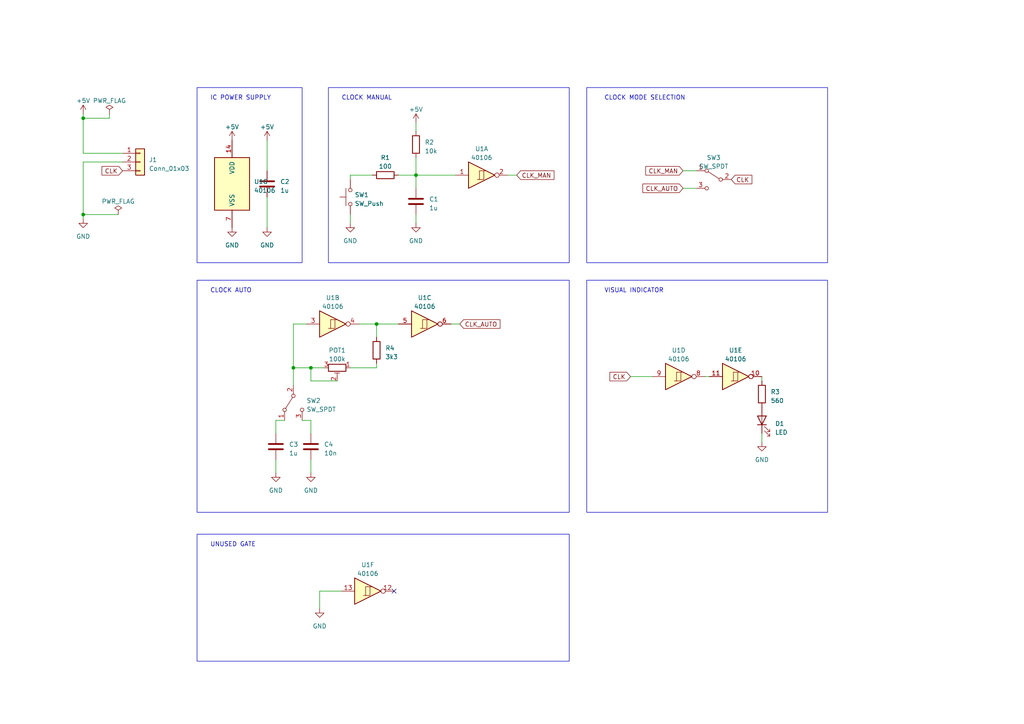
<source format=kicad_sch>
(kicad_sch (version 20230121) (generator eeschema)
  (paper "A4")
  (title_block (title "CLOCK_GENERATOR") (date "2023-05-02") (rev "V1.0.0") (company "MARCOS YONAMINE"))
  (lib_symbols
    (symbol "4xxx:40106" (pin_names (offset 1.016))
      (property "Reference" "U" (at 0 1.27 0))
      (property "Value" "40106" (at 0 -1.27 0))
      (symbol "40106_1_0"
        (polyline (pts (xy -0.635 -1.27) (xy -0.635 1.27) (xy 0.635 1.27)))
        (polyline (pts (xy -3.81 3.81) (xy -3.81 -3.81) (xy 3.81 0) (xy -3.81 3.81)) (stroke (width 0.254)) (fill (type background)))
        (polyline (pts (xy -1.27 -1.27) (xy 0.635 -1.27) (xy 0.635 1.27) (xy 1.27 1.27)))
        (pin input line (at -7.62 0 0) (length 3.81) (name "~") (number "1"))
        (pin output inverted (at 7.62 0 180) (length 3.81) (name "~") (number "2"))
      )
      (symbol "40106_2_0"
        (polyline (pts (xy -0.635 -1.27) (xy -0.635 1.27) (xy 0.635 1.27)))
        (polyline (pts (xy -3.81 3.81) (xy -3.81 -3.81) (xy 3.81 0) (xy -3.81 3.81)) (stroke (width 0.254)) (fill (type background)))
        (polyline (pts (xy -1.27 -1.27) (xy 0.635 -1.27) (xy 0.635 1.27) (xy 1.27 1.27)))
        (pin input line (at -7.62 0 0) (length 3.81) (name "~") (number "3"))
        (pin output inverted (at 7.62 0 180) (length 3.81) (name "~") (number "4"))
      )
      (symbol "40106_3_0"
        (polyline (pts (xy -0.635 -1.27) (xy -0.635 1.27) (xy 0.635 1.27)))
        (polyline (pts (xy -3.81 3.81) (xy -3.81 -3.81) (xy 3.81 0) (xy -3.81 3.81)) (stroke (width 0.254)) (fill (type background)))
        (polyline (pts (xy -1.27 -1.27) (xy 0.635 -1.27) (xy 0.635 1.27) (xy 1.27 1.27)))
        (pin input line (at -7.62 0 0) (length 3.81) (name "~") (number "5"))
        (pin output inverted (at 7.62 0 180) (length 3.81) (name "~") (number "6"))
      )
      (symbol "40106_4_0"
        (polyline (pts (xy -0.635 -1.27) (xy -0.635 1.27) (xy 0.635 1.27)))
        (polyline (pts (xy -3.81 3.81) (xy -3.81 -3.81) (xy 3.81 0) (xy -3.81 3.81)) (stroke (width 0.254)) (fill (type background)))
        (polyline (pts (xy -1.27 -1.27) (xy 0.635 -1.27) (xy 0.635 1.27) (xy 1.27 1.27)))
        (pin output inverted (at 7.62 0 180) (length 3.81) (name "~") (number "8"))
        (pin input line (at -7.62 0 0) (length 3.81) (name "~") (number "9"))
      )
      (symbol "40106_5_0"
        (polyline (pts (xy -0.635 -1.27) (xy -0.635 1.27) (xy 0.635 1.27)))
        (polyline (pts (xy -3.81 3.81) (xy -3.81 -3.81) (xy 3.81 0) (xy -3.81 3.81)) (stroke (width 0.254)) (fill (type background)))
        (polyline (pts (xy -1.27 -1.27) (xy 0.635 -1.27) (xy 0.635 1.27) (xy 1.27 1.27)))
        (pin output inverted (at 7.62 0 180) (length 3.81) (name "~") (number "10"))
        (pin input line (at -7.62 0 0) (length 3.81) (name "~") (number "11"))
      )
      (symbol "40106_6_0"
        (polyline (pts (xy -0.635 -1.27) (xy -0.635 1.27) (xy 0.635 1.27)))
        (polyline (pts (xy -3.81 3.81) (xy -3.81 -3.81) (xy 3.81 0) (xy -3.81 3.81)) (stroke (width 0.254)) (fill (type background)))
        (polyline (pts (xy -1.27 -1.27) (xy 0.635 -1.27) (xy 0.635 1.27) (xy 1.27 1.27)))
        (pin output inverted (at 7.62 0 180) (length 3.81) (name "~") (number "12"))
        (pin input line (at -7.62 0 0) (length 3.81) (name "~") (number "13"))
      )
      (symbol "40106_7_0"
        (pin power_in line (at 0 12.7 270) (length 5.08) (name "VDD") (number "14"))
        (pin power_in line (at 0 -12.7 90) (length 5.08) (name "VSS") (number "7"))
      )
      (symbol "40106_7_1"
        (rectangle (start -5.08 7.62) (end 5.08 -7.62) (stroke (width 0.254)) (fill (type background)))
      )
    )
    (symbol "Connector_Generic:Conn_01x03" (pin_names (offset 1.016) hide)
      (property "Reference" "J" (at 0 5.08 0))
      (property "Value" "Conn_01x03" (at 0 -5.08 0))
      (symbol "Conn_01x03_1_1"
        (rectangle (start -1.27 -2.413) (end 0 -2.667) (stroke (width 0.1524)))
        (rectangle (start -1.27 0.127) (end 0 -0.127) (stroke (width 0.1524)))
        (rectangle (start -1.27 2.667) (end 0 2.413) (stroke (width 0.1524)))
        (rectangle (start -1.27 3.81) (end 1.27 -3.81) (stroke (width 0.254)) (fill (type background)))
        (pin passive line (at -5.08 2.54 0) (length 3.81) (name "Pin_1") (number "1"))
        (pin passive line (at -5.08 0 0) (length 3.81) (name "Pin_2") (number "2"))
        (pin passive line (at -5.08 -2.54 0) (length 3.81) (name "Pin_3") (number "3"))
      )
    )
    (symbol "Device:C" (pin_numbers hide) (pin_names (offset 0.254))
      (property "Reference" "C" (at 0.635 2.54 0))
      (property "Value" "C" (at 0.635 -2.54 0))
      (symbol "C_0_1"
        (polyline (pts (xy -2.032 -0.762) (xy 2.032 -0.762)) (stroke (width 0.508)))
        (polyline (pts (xy -2.032 0.762) (xy 2.032 0.762)) (stroke (width 0.508)))
      )
      (symbol "C_1_1"
        (pin passive line (at 0 3.81 270) (length 2.794) (name "~") (number "1"))
        (pin passive line (at 0 -3.81 90) (length 2.794) (name "~") (number "2"))
      )
    )
    (symbol "Device:LED" (pin_numbers hide) (pin_names (offset 1.016) hide)
      (property "Reference" "D" (at 0 2.54 0))
      (property "Value" "LED" (at 0 -2.54 0))
      (symbol "LED_0_1"
        (polyline (pts (xy -1.27 -1.27) (xy -1.27 1.27)) (stroke (width 0.254)))
        (polyline (pts (xy -1.27 0) (xy 1.27 0)))
        (polyline (pts (xy 1.27 -1.27) (xy 1.27 1.27) (xy -1.27 0) (xy 1.27 -1.27)) (stroke (width 0.254)))
        (polyline (pts (xy -3.048 -0.762) (xy -4.572 -2.286) (xy -3.81 -2.286) (xy -4.572 -2.286) (xy -4.572 -1.524)))
        (polyline (pts (xy -1.778 -0.762) (xy -3.302 -2.286) (xy -2.54 -2.286) (xy -3.302 -2.286) (xy -3.302 -1.524)))
      )
      (symbol "LED_1_1"
        (pin passive line (at -3.81 0 0) (length 2.54) (name "K") (number "1"))
        (pin passive line (at 3.81 0 180) (length 2.54) (name "A") (number "2"))
      )
    )
    (symbol "Device:R" (pin_numbers hide) (pin_names (offset 0))
      (property "Reference" "R" (at 2.032 0 90))
      (property "Value" "R" (at 0 0 90))
      (symbol "R_0_1"
        (rectangle (start -1.016 -2.54) (end 1.016 2.54) (stroke (width 0.254)))
      )
      (symbol "R_1_1"
        (pin passive line (at 0 3.81 270) (length 1.27) (name "~") (number "1"))
        (pin passive line (at 0 -3.81 90) (length 1.27) (name "~") (number "2"))
      )
    )
    (symbol "Device:R_Potentiometer_Trim" (pin_names (offset 1.016) hide)
      (property "Reference" "RV" (at -4.445 0 90))
      (property "Value" "R_Potentiometer_Trim" (at -2.54 0 90))
      (symbol "R_Potentiometer_Trim_0_1"
        (polyline (pts (xy 1.524 0.762) (xy 1.524 -0.762)))
        (polyline (pts (xy 2.54 0) (xy 1.524 0)))
        (rectangle (start 1.016 2.54) (end -1.016 -2.54) (stroke (width 0.254)))
      )
      (symbol "R_Potentiometer_Trim_1_1"
        (pin passive line (at 0 3.81 270) (length 1.27) (name "1") (number "1"))
        (pin passive line (at 3.81 0 180) (length 1.27) (name "2") (number "2"))
        (pin passive line (at 0 -3.81 90) (length 1.27) (name "3") (number "3"))
      )
    )
    (symbol "Switch:SW_Push" (pin_numbers hide) (pin_names (offset 1.016) hide)
      (property "Reference" "SW" (at 1.27 2.54 0))
      (property "Value" "SW_Push" (at 0 -1.524 0))
      (symbol "SW_Push_0_1"
        (circle (center -2.032 0) (radius 0.508))
        (polyline (pts (xy 0 1.27) (xy 0 3.048)))
        (polyline (pts (xy 2.54 1.27) (xy -2.54 1.27)))
        (circle (center 2.032 0) (radius 0.508))
        (pin passive line (at -5.08 0 0) (length 2.54) (name "1") (number "1"))
        (pin passive line (at 5.08 0 180) (length 2.54) (name "2") (number "2"))
      )
    )
    (symbol "Switch:SW_SPDT" (pin_names (offset 0) hide)
      (property "Reference" "SW" (at 0 4.318 0))
      (property "Value" "SW_SPDT" (at 0 -5.08 0))
      (symbol "SW_SPDT_0_0"
        (circle (center -2.032 0) (radius 0.508))
        (circle (center 2.032 -2.54) (radius 0.508))
      )
      (symbol "SW_SPDT_0_1"
        (polyline (pts (xy -1.524 0.254) (xy 1.651 2.286)))
        (circle (center 2.032 2.54) (radius 0.508))
      )
      (symbol "SW_SPDT_1_1"
        (pin passive line (at 5.08 2.54 180) (length 2.54) (name "A") (number "1"))
        (pin passive line (at -5.08 0 0) (length 2.54) (name "B") (number "2"))
        (pin passive line (at 5.08 -2.54 180) (length 2.54) (name "C") (number "3"))
      )
    )
    (symbol "power:+5V" (power) (pin_names (offset 0))
      (property "Value" "+5V" (at 0 3.556 0))
      (symbol "+5V_0_1"
        (polyline (pts (xy -0.762 1.27) (xy 0 2.54)))
        (polyline (pts (xy 0 0) (xy 0 2.54)))
        (polyline (pts (xy 0 2.54) (xy 0.762 1.27)))
      )
      (symbol "+5V_1_1"
        (pin power_in line (at 0 0 90) (length 0) hide (name "+5V") (number "1"))
      )
    )
    (symbol "power:GND" (power) (pin_names (offset 0))
      (property "Value" "GND" (at 0 -3.81 0))
      (symbol "GND_0_1"
        (polyline (pts (xy 0 0) (xy 0 -1.27) (xy 1.27 -1.27) (xy 0 -2.54) (xy -1.27 -1.27) (xy 0 -1.27)))
      )
      (symbol "GND_1_1"
        (pin power_in line (at 0 0 270) (length 0) hide (name "GND") (number "1"))
      )
    )
    (symbol "power:PWR_FLAG" (power) (pin_numbers hide) (pin_names (offset 0) hide)
      (property "Value" "PWR_FLAG" (at 0 3.81 0))
      (symbol "PWR_FLAG_0_0"
        (pin power_out line (at 0 0 90) (length 0) (name "pwr") (number "1"))
      )
      (symbol "PWR_FLAG_0_1"
        (polyline (pts (xy 0 0) (xy 0 1.27) (xy -1.016 1.905) (xy 0 2.54) (xy 1.016 1.905) (xy 0 1.27)))
      )
    )
  )
  (junction (at 85.09 106.68))
  (junction (at 90.17 106.68))
  (junction (at 24.13 34.29))
  (junction (at 24.13 62.23))
  (junction (at 109.22 93.98))
  (junction (at 120.65 50.8))
  (no_connect (at 114.3 171.45))
  (wire (pts (xy 182.88 109.22) (xy 189.23 109.22)))
  (wire (pts (xy 77.47 40.64) (xy 77.47 49.53)))
  (wire (pts (xy 109.22 93.98) (xy 104.14 93.98)))
  (wire (pts (xy 220.98 125.73) (xy 220.98 128.27)))
  (wire (pts (xy 204.47 109.22) (xy 205.74 109.22)))
  (wire (pts (xy 220.98 110.49) (xy 220.98 109.22)))
  (wire (pts (xy 120.65 35.56) (xy 120.65 38.1)))
  (wire (pts (xy 77.47 66.04) (xy 77.47 57.15)))
  (wire (pts (xy 107.95 50.8) (xy 101.6 50.8)))
  (wire (pts (xy 80.01 133.35) (xy 80.01 137.16)))
  (wire (pts (xy 109.22 105.41) (xy 109.22 106.68)))
  (wire (pts (xy 24.13 62.23) (xy 34.29 62.23)))
  (wire (pts (xy 115.57 50.8) (xy 120.65 50.8)))
  (wire (pts (xy 97.79 110.49) (xy 90.17 110.49)))
  (wire (pts (xy 31.75 33.02) (xy 31.75 34.29)))
  (wire (pts (xy 120.65 45.72) (xy 120.65 50.8)))
  (wire (pts (xy 101.6 62.23) (xy 101.6 64.77)))
  (wire (pts (xy 90.17 121.92) (xy 90.17 125.73)))
  (wire (pts (xy 92.71 171.45) (xy 99.06 171.45)))
  (wire (pts (xy 80.01 121.92) (xy 82.55 121.92)))
  (wire (pts (xy 80.01 125.73) (xy 80.01 121.92)))
  (wire (pts (xy 90.17 106.68) (xy 85.09 106.68)))
  (wire (pts (xy 109.22 97.79) (xy 109.22 93.98)))
  (wire (pts (xy 120.65 50.8) (xy 132.08 50.8)))
  (wire (pts (xy 198.12 54.61) (xy 201.93 54.61)))
  (wire (pts (xy 109.22 106.68) (xy 101.6 106.68)))
  (wire (pts (xy 31.75 34.29) (xy 24.13 34.29)))
  (wire (pts (xy 24.13 44.45) (xy 35.56 44.45)))
  (wire (pts (xy 85.09 93.98) (xy 85.09 106.68)))
  (wire (pts (xy 87.63 121.92) (xy 90.17 121.92)))
  (wire (pts (xy 93.98 106.68) (xy 90.17 106.68)))
  (wire (pts (xy 24.13 63.5) (xy 24.13 62.23)))
  (wire (pts (xy 88.9 93.98) (xy 85.09 93.98)))
  (wire (pts (xy 92.71 176.53) (xy 92.71 171.45)))
  (wire (pts (xy 101.6 50.8) (xy 101.6 52.07)))
  (wire (pts (xy 24.13 46.99) (xy 35.56 46.99)))
  (wire (pts (xy 90.17 110.49) (xy 90.17 106.68)))
  (wire (pts (xy 24.13 62.23) (xy 24.13 46.99)))
  (wire (pts (xy 24.13 33.02) (xy 24.13 34.29)))
  (wire (pts (xy 90.17 133.35) (xy 90.17 137.16)))
  (wire (pts (xy 130.81 93.98) (xy 133.35 93.98)))
  (wire (pts (xy 120.65 62.23) (xy 120.65 64.77)))
  (wire (pts (xy 109.22 93.98) (xy 115.57 93.98)))
  (wire (pts (xy 198.12 49.53) (xy 201.93 49.53)))
  (wire (pts (xy 24.13 34.29) (xy 24.13 44.45)))
  (wire (pts (xy 85.09 106.68) (xy 85.09 111.76)))
  (wire (pts (xy 147.32 50.8) (xy 149.86 50.8)))
  (wire (pts (xy 120.65 50.8) (xy 120.65 54.61)))
  (rectangle (start 170.18 81.28) (end 240.03 148.59))
  (rectangle (start 57.15 25.4) (end 87.63 76.2))
  (rectangle (start 170.18 25.4) (end 240.03 76.2))
  (rectangle (start 57.15 154.94) (end 165.1 191.77))
  (rectangle (start 95.25 25.4) (end 165.1 76.2))
  (rectangle (start 57.15 81.28) (end 165.1 148.59))
  (text "IC POWER SUPPLY" (at 60.96 29.21 0) (effects (font (size 1.27 1.27)) (justify left bottom)))
  (text "CLOCK MANUAL" (at 99.06 29.21 0) (effects (font (size 1.27 1.27)) (justify left bottom)))
  (text "CLOCK MODE SELECTION" (at 175.26 29.21 0) (effects (font (size 1.27 1.27)) (justify left bottom)))
  (text "CLOCK AUTO" (at 60.96 85.09 0) (effects (font (size 1.27 1.27)) (justify left bottom)))
  (text "VISUAL INDICATOR" (at 175.26 85.09 0) (effects (font (size 1.27 1.27)) (justify left bottom)))
  (text "UNUSED GATE" (at 60.96 158.75 0) (effects (font (size 1.27 1.27)) (justify left bottom)))
  (global_label "CLK_AUTO" (shape input) (at 133.35 93.98 0) (property "Intersheetrefs" "${INTERSHEET_REFS}" (effects hide)))
  (global_label "CLK" (shape input) (at 35.56 49.53 180) (property "Intersheetrefs" "${INTERSHEET_REFS}" (effects hide)))
  (global_label "CLK_MAN" (shape input) (at 198.12 49.53 180) (property "Intersheetrefs" "${INTERSHEET_REFS}" (effects hide)))
  (global_label "CLK_AUTO" (shape input) (at 198.12 54.61 180) (property "Intersheetrefs" "${INTERSHEET_REFS}" (effects hide)))
  (global_label "CLK" (shape input) (at 182.88 109.22 180) (property "Intersheetrefs" "${INTERSHEET_REFS}" (effects hide)))
  (global_label "CLK_MAN" (shape input) (at 149.86 50.8 0) (property "Intersheetrefs" "${INTERSHEET_REFS}" (effects hide)))
  (global_label "CLK" (shape input) (at 212.09 52.07 0) (property "Intersheetrefs" "${INTERSHEET_REFS}" (effects hide)))
  (symbol (lib_id "power:GND") (at 101.6 64.77 0) (mirror y) (unit 1)
    (property "Reference" "#PWR01" (effects hide))
    (property "Value" "GND" (at 101.6 69.85 0))
  )
  (symbol (lib_id "Device:R") (at 109.22 101.6 180) (unit 1)
    (property "Reference" "R4" (at 111.76 100.965 0) (effects (justify right)))
    (property "Value" "3k3" (at 111.76 103.505 0) (effects (justify right)))
    (property "Footprint" "Resistor_THT:R_Axial_DIN0207_L6.3mm_D2.5mm_P10.16mm_Horizontal" (effects hide))
  )
  (symbol (lib_id "power:GND") (at 77.47 66.04 0) (mirror y) (unit 1)
    (property "Reference" "#PWR08" (effects hide))
    (property "Value" "GND" (at 77.47 71.12 0))
  )
  (symbol (lib_id "power:GND") (at 92.71 176.53 0) (unit 1)
    (property "Reference" "#PWR011" (effects hide))
    (property "Value" "GND" (at 92.71 181.61 0))
  )
  (symbol (lib_id "Device:R") (at 220.98 114.3 0) (unit 1)
    (property "Reference" "R3" (at 223.52 113.665 0) (effects (justify left)))
    (property "Value" "560" (at 223.52 116.205 0) (effects (justify left)))
    (property "Footprint" "Resistor_THT:R_Axial_DIN0207_L6.3mm_D2.5mm_P10.16mm_Horizontal" (effects hide))
  )
  (symbol (lib_id "power:GND") (at 67.31 66.04 0) (mirror y) (unit 1)
    (property "Reference" "#PWR06" (effects hide))
    (property "Value" "GND" (at 67.31 71.12 0))
  )
  (symbol (lib_id "4xxx:40106") (at 96.52 93.98 0) (unit 2)
    (property "Reference" "U1" (at 96.52 86.36 0))
    (property "Value" "40106" (at 96.52 88.9 0))
    (property "Footprint" "Package_DIP:DIP-14_W7.62mm_Socket" (effects hide))
    (property "Datasheet" "https://assets.nexperia.com/documents/data-sheet/HEF40106B.pdf" (effects hide))
  )
  (symbol (lib_id "Device:LED") (at 220.98 121.92 90) (unit 1)
    (property "Reference" "D1" (at 224.79 122.8725 90) (effects (justify right)))
    (property "Value" "LED" (at 224.79 125.4125 90) (effects (justify right)))
    (property "Footprint" "LED_THT:LED_D5.0mm" (effects hide))
    (property "Sim.Enable" "0" (effects hide))
  )
  (symbol (lib_id "power:GND") (at 90.17 137.16 0) (mirror y) (unit 1)
    (property "Reference" "#PWR010" (effects hide))
    (property "Value" "GND" (at 90.17 142.24 0))
  )
  (symbol (lib_id "power:GND") (at 120.65 64.77 0) (mirror y) (unit 1)
    (property "Reference" "#PWR03" (effects hide))
    (property "Value" "GND" (at 120.65 69.85 0))
  )
  (symbol (lib_id "Device:R") (at 111.76 50.8 90) (unit 1)
    (property "Reference" "R1" (at 111.76 45.72 90))
    (property "Value" "100" (at 111.76 48.26 90))
    (property "Footprint" "Resistor_THT:R_Axial_DIN0207_L6.3mm_D2.5mm_P10.16mm_Horizontal" (effects hide))
  )
  (symbol (lib_id "Connector_Generic:Conn_01x03") (at 40.64 46.99 0) (unit 1)
    (property "Reference" "J1" (at 43.18 46.355 0) (effects (justify left)))
    (property "Value" "Conn_01x03" (at 43.18 48.895 0) (effects (justify left)))
  )
  (symbol (lib_id "4xxx:40106") (at 67.31 53.34 0) (unit 7)
    (property "Reference" "U1" (at 73.66 52.705 0) (effects (justify left)))
    (property "Value" "40106" (at 73.66 55.245 0) (effects (justify left)))
    (property "Footprint" "Package_DIP:DIP-14_W7.62mm_Socket" (effects hide))
    (property "Datasheet" "https://assets.nexperia.com/documents/data-sheet/HEF40106B.pdf" (effects hide))
  )
  (symbol (lib_id "power:PWR_FLAG") (at 31.75 33.02 0) (unit 1)
    (property "Reference" "#FLG01" (effects hide))
    (property "Value" "PWR_FLAG" (at 31.75 29.21 0))
  )
  (symbol (lib_id "power:+5V") (at 77.47 40.64 0) (mirror y) (unit 1)
    (property "Reference" "#PWR07" (effects hide))
    (property "Value" "+5V" (at 77.47 36.83 0))
  )
  (symbol (lib_id "Device:R_Potentiometer_Trim") (at 97.79 106.68 270) (unit 1)
    (property "Reference" "POT1" (at 97.79 101.6 90))
    (property "Value" "100k" (at 97.79 104.14 90))
  )
  (symbol (lib_id "Switch:SW_SPDT") (at 207.01 52.07 0) (mirror y) (unit 1)
    (property "Reference" "SW3" (at 207.01 45.72 0))
    (property "Value" "SW_SPDT" (at 207.01 48.26 0))
    (property "Footprint" "Button_Switch_THT:SW_Slide_1P2T_CK_OS102011MS2Q" (effects hide))
    (property "Sim.Enable" "0" (effects hide))
  )
  (symbol (lib_id "power:+5V") (at 120.65 35.56 0) (mirror y) (unit 1)
    (property "Reference" "#PWR02" (effects hide))
    (property "Value" "+5V" (at 120.65 31.75 0))
  )
  (symbol (lib_id "power:+5V") (at 67.31 40.64 0) (mirror y) (unit 1)
    (property "Reference" "#PWR05" (effects hide))
    (property "Value" "+5V" (at 67.31 36.83 0))
  )
  (symbol (lib_id "4xxx:40106") (at 196.85 109.22 0) (unit 4)
    (property "Reference" "U1" (at 196.85 101.6 0))
    (property "Value" "40106" (at 196.85 104.14 0))
    (property "Footprint" "Package_DIP:DIP-14_W7.62mm_Socket" (effects hide))
    (property "Datasheet" "https://assets.nexperia.com/documents/data-sheet/HEF40106B.pdf" (effects hide))
  )
  (symbol (lib_id "Switch:SW_SPDT") (at 85.09 116.84 90) (mirror x) (unit 1)
    (property "Reference" "SW2" (at 88.9 116.205 90) (effects (justify right)))
    (property "Value" "SW_SPDT" (at 88.9 118.745 90) (effects (justify right)))
    (property "Footprint" "Button_Switch_THT:SW_Slide_1P2T_CK_OS102011MS2Q" (effects hide))
    (property "Sim.Enable" "0" (effects hide))
  )
  (symbol (lib_id "Device:C") (at 77.47 53.34 0) (unit 1)
    (property "Reference" "C2" (at 81.28 52.705 0) (effects (justify left)))
    (property "Value" "1u" (at 81.28 55.245 0) (effects (justify left)))
    (property "Footprint" "Capacitor_THT:CP_Radial_D5.0mm_P2.00mm" (effects hide))
  )
  (symbol (lib_id "4xxx:40106") (at 213.36 109.22 0) (unit 5)
    (property "Reference" "U1" (at 213.36 101.6 0))
    (property "Value" "40106" (at 213.36 104.14 0))
    (property "Footprint" "Package_DIP:DIP-14_W7.62mm_Socket" (effects hide))
    (property "Datasheet" "https://assets.nexperia.com/documents/data-sheet/HEF40106B.pdf" (effects hide))
  )
  (symbol (lib_id "Switch:SW_Push") (at 101.6 57.15 90) (unit 1)
    (property "Reference" "SW1" (at 102.87 56.515 90) (effects (justify right)))
    (property "Value" "SW_Push" (at 102.87 59.055 90) (effects (justify right)))
    (property "Footprint" "Button_Switch_THT:SW_PUSH_6mm" (effects hide))
    (property "Sim.Enable" "0" (effects hide))
  )
  (symbol (lib_id "power:GND") (at 80.01 137.16 0) (mirror y) (unit 1)
    (property "Reference" "#PWR09" (effects hide))
    (property "Value" "GND" (at 80.01 142.24 0))
  )
  (symbol (lib_id "power:+5V") (at 24.13 33.02 0) (mirror y) (unit 1)
    (property "Reference" "#PWR012" (effects hide))
    (property "Value" "+5V" (at 24.13 29.21 0))
  )
  (symbol (lib_id "4xxx:40106") (at 123.19 93.98 0) (unit 3)
    (property "Reference" "U1" (at 123.19 86.36 0))
    (property "Value" "40106" (at 123.19 88.9 0))
    (property "Footprint" "Package_DIP:DIP-14_W7.62mm_Socket" (effects hide))
    (property "Datasheet" "https://assets.nexperia.com/documents/data-sheet/HEF40106B.pdf" (effects hide))
  )
  (symbol (lib_id "Device:C") (at 80.01 129.54 0) (unit 1)
    (property "Reference" "C3" (at 83.82 128.905 0) (effects (justify left)))
    (property "Value" "1u" (at 83.82 131.445 0) (effects (justify left)))
    (property "Footprint" "Capacitor_THT:CP_Radial_D5.0mm_P2.00mm" (effects hide))
  )
  (symbol (lib_id "Device:C") (at 120.65 58.42 0) (unit 1)
    (property "Reference" "C1" (at 124.46 57.785 0) (effects (justify left)))
    (property "Value" "1u" (at 124.46 60.325 0) (effects (justify left)))
    (property "Footprint" "Capacitor_THT:CP_Radial_D5.0mm_P2.00mm" (effects hide))
  )
  (symbol (lib_id "power:GND") (at 24.13 63.5 0) (mirror y) (unit 1)
    (property "Reference" "#PWR013" (effects hide))
    (property "Value" "GND" (at 24.13 68.58 0))
  )
  (symbol (lib_id "4xxx:40106") (at 139.7 50.8 0) (unit 1)
    (property "Reference" "U1" (at 139.7 43.18 0))
    (property "Value" "40106" (at 139.7 45.72 0))
    (property "Footprint" "Package_DIP:DIP-14_W7.62mm_Socket" (effects hide))
    (property "Datasheet" "https://assets.nexperia.com/documents/data-sheet/HEF40106B.pdf" (effects hide))
  )
  (symbol (lib_id "4xxx:40106") (at 106.68 171.45 0) (unit 6)
    (property "Reference" "U1" (at 106.68 163.83 0))
    (property "Value" "40106" (at 106.68 166.37 0))
    (property "Footprint" "Package_DIP:DIP-14_W7.62mm_Socket" (effects hide))
    (property "Datasheet" "https://assets.nexperia.com/documents/data-sheet/HEF40106B.pdf" (effects hide))
  )
  (symbol (lib_id "power:PWR_FLAG") (at 34.29 62.23 0) (unit 1)
    (property "Reference" "#FLG02" (effects hide))
    (property "Value" "PWR_FLAG" (at 34.29 58.42 0))
  )
  (symbol (lib_id "Device:C") (at 90.17 129.54 0) (unit 1)
    (property "Reference" "C4" (at 93.98 128.905 0) (effects (justify left)))
    (property "Value" "10n" (at 93.98 131.445 0) (effects (justify left)))
    (property "Footprint" "Capacitor_THT:CP_Radial_D5.0mm_P2.00mm" (effects hide))
  )
  (symbol (lib_id "Device:R") (at 120.65 41.91 0) (unit 1)
    (property "Reference" "R2" (at 123.19 41.275 0) (effects (justify left)))
    (property "Value" "10k" (at 123.19 43.815 0) (effects (justify left)))
    (property "Footprint" "Resistor_THT:R_Axial_DIN0207_L6.3mm_D2.5mm_P10.16mm_Horizontal" (effects hide))
  )
  (symbol (lib_id "power:GND") (at 220.98 128.27 0) (mirror y) (unit 1)
    (property "Reference" "#PWR04" (effects hide))
    (property "Value" "GND" (at 220.98 133.35 0))
  )
)
</source>
